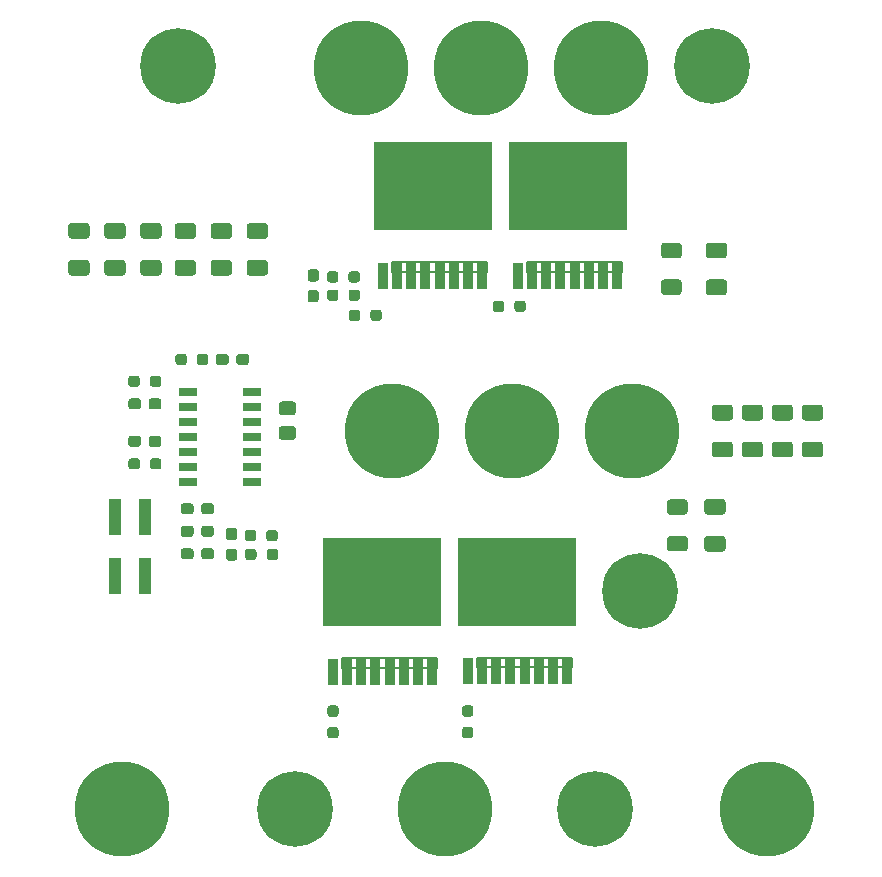
<source format=gbr>
%TF.GenerationSoftware,KiCad,Pcbnew,(5.1.9)-1*%
%TF.CreationDate,2021-04-16T14:35:26+02:00*%
%TF.ProjectId,Inverter,496e7665-7274-4657-922e-6b696361645f,rev?*%
%TF.SameCoordinates,Original*%
%TF.FileFunction,Soldermask,Top*%
%TF.FilePolarity,Negative*%
%FSLAX46Y46*%
G04 Gerber Fmt 4.6, Leading zero omitted, Abs format (unit mm)*
G04 Created by KiCad (PCBNEW (5.1.9)-1) date 2021-04-16 14:35:26*
%MOMM*%
%LPD*%
G01*
G04 APERTURE LIST*
%ADD10C,0.152400*%
%ADD11C,8.000000*%
%ADD12C,6.400000*%
%ADD13R,1.000000X3.150000*%
%ADD14R,9.956800X7.467600*%
%ADD15R,0.889000X2.311400*%
%ADD16R,1.525000X0.700000*%
G04 APERTURE END LIST*
D10*
%TO.C,U4*%
X92872301Y-113131600D02*
X92872301Y-112318800D01*
X100961299Y-113131600D02*
X92872301Y-113131600D01*
X100961299Y-112318800D02*
X100961299Y-113131600D01*
X92872301Y-112318800D02*
X100961299Y-112318800D01*
%TO.C,U3*%
X104302301Y-113106200D02*
X104302301Y-112293400D01*
X112391299Y-113106200D02*
X104302301Y-113106200D01*
X112391299Y-112293400D02*
X112391299Y-113106200D01*
X104302301Y-112293400D02*
X112391299Y-112293400D01*
%TO.C,U2*%
X97114101Y-79603600D02*
X97114101Y-78790800D01*
X105203099Y-79603600D02*
X97114101Y-79603600D01*
X105203099Y-78790800D02*
X105203099Y-79603600D01*
X97114101Y-78790800D02*
X105203099Y-78790800D01*
%TO.C,U1*%
X108544101Y-79603600D02*
X108544101Y-78790800D01*
X116633099Y-79603600D02*
X108544101Y-79603600D01*
X116633099Y-78790800D02*
X116633099Y-79603600D01*
X108544101Y-78790800D02*
X116633099Y-78790800D01*
%TD*%
D11*
%TO.C,U\u002A\u002A*%
X128905000Y-125095000D03*
%TD*%
%TO.C,U\u002A\u002A*%
X101600000Y-125095000D03*
%TD*%
%TO.C,U\u002A\u002A*%
X74295000Y-125095000D03*
%TD*%
%TO.C,U\u002A\u002A*%
X117475000Y-93091000D03*
%TD*%
%TO.C,U\u002A\u002A*%
X107315000Y-93091000D03*
%TD*%
%TO.C,U\u002A\u002A*%
X97155000Y-93091000D03*
%TD*%
%TO.C,U\u002A\u002A*%
X114808000Y-62357000D03*
%TD*%
%TO.C,U\u002A\u002A*%
X104648000Y-62357000D03*
%TD*%
%TO.C,U\u002A\u002A*%
X94488000Y-62357000D03*
%TD*%
%TO.C,C19*%
G36*
G01*
X69961999Y-78624000D02*
X71262001Y-78624000D01*
G75*
G02*
X71512000Y-78873999I0J-249999D01*
G01*
X71512000Y-79699001D01*
G75*
G02*
X71262001Y-79949000I-249999J0D01*
G01*
X69961999Y-79949000D01*
G75*
G02*
X69712000Y-79699001I0J249999D01*
G01*
X69712000Y-78873999D01*
G75*
G02*
X69961999Y-78624000I249999J0D01*
G01*
G37*
G36*
G01*
X69961999Y-75499000D02*
X71262001Y-75499000D01*
G75*
G02*
X71512000Y-75748999I0J-249999D01*
G01*
X71512000Y-76574001D01*
G75*
G02*
X71262001Y-76824000I-249999J0D01*
G01*
X69961999Y-76824000D01*
G75*
G02*
X69712000Y-76574001I0J249999D01*
G01*
X69712000Y-75748999D01*
G75*
G02*
X69961999Y-75499000I249999J0D01*
G01*
G37*
%TD*%
%TO.C,C18*%
G36*
G01*
X73009999Y-78624000D02*
X74310001Y-78624000D01*
G75*
G02*
X74560000Y-78873999I0J-249999D01*
G01*
X74560000Y-79699001D01*
G75*
G02*
X74310001Y-79949000I-249999J0D01*
G01*
X73009999Y-79949000D01*
G75*
G02*
X72760000Y-79699001I0J249999D01*
G01*
X72760000Y-78873999D01*
G75*
G02*
X73009999Y-78624000I249999J0D01*
G01*
G37*
G36*
G01*
X73009999Y-75499000D02*
X74310001Y-75499000D01*
G75*
G02*
X74560000Y-75748999I0J-249999D01*
G01*
X74560000Y-76574001D01*
G75*
G02*
X74310001Y-76824000I-249999J0D01*
G01*
X73009999Y-76824000D01*
G75*
G02*
X72760000Y-76574001I0J249999D01*
G01*
X72760000Y-75748999D01*
G75*
G02*
X73009999Y-75499000I249999J0D01*
G01*
G37*
%TD*%
%TO.C,C17*%
G36*
G01*
X82026999Y-78624000D02*
X83327001Y-78624000D01*
G75*
G02*
X83577000Y-78873999I0J-249999D01*
G01*
X83577000Y-79699001D01*
G75*
G02*
X83327001Y-79949000I-249999J0D01*
G01*
X82026999Y-79949000D01*
G75*
G02*
X81777000Y-79699001I0J249999D01*
G01*
X81777000Y-78873999D01*
G75*
G02*
X82026999Y-78624000I249999J0D01*
G01*
G37*
G36*
G01*
X82026999Y-75499000D02*
X83327001Y-75499000D01*
G75*
G02*
X83577000Y-75748999I0J-249999D01*
G01*
X83577000Y-76574001D01*
G75*
G02*
X83327001Y-76824000I-249999J0D01*
G01*
X82026999Y-76824000D01*
G75*
G02*
X81777000Y-76574001I0J249999D01*
G01*
X81777000Y-75748999D01*
G75*
G02*
X82026999Y-75499000I249999J0D01*
G01*
G37*
%TD*%
%TO.C,C16*%
G36*
G01*
X76057999Y-78624000D02*
X77358001Y-78624000D01*
G75*
G02*
X77608000Y-78873999I0J-249999D01*
G01*
X77608000Y-79699001D01*
G75*
G02*
X77358001Y-79949000I-249999J0D01*
G01*
X76057999Y-79949000D01*
G75*
G02*
X75808000Y-79699001I0J249999D01*
G01*
X75808000Y-78873999D01*
G75*
G02*
X76057999Y-78624000I249999J0D01*
G01*
G37*
G36*
G01*
X76057999Y-75499000D02*
X77358001Y-75499000D01*
G75*
G02*
X77608000Y-75748999I0J-249999D01*
G01*
X77608000Y-76574001D01*
G75*
G02*
X77358001Y-76824000I-249999J0D01*
G01*
X76057999Y-76824000D01*
G75*
G02*
X75808000Y-76574001I0J249999D01*
G01*
X75808000Y-75748999D01*
G75*
G02*
X76057999Y-75499000I249999J0D01*
G01*
G37*
%TD*%
%TO.C,C10*%
G36*
G01*
X78978999Y-78624000D02*
X80279001Y-78624000D01*
G75*
G02*
X80529000Y-78873999I0J-249999D01*
G01*
X80529000Y-79699001D01*
G75*
G02*
X80279001Y-79949000I-249999J0D01*
G01*
X78978999Y-79949000D01*
G75*
G02*
X78729000Y-79699001I0J249999D01*
G01*
X78729000Y-78873999D01*
G75*
G02*
X78978999Y-78624000I249999J0D01*
G01*
G37*
G36*
G01*
X78978999Y-75499000D02*
X80279001Y-75499000D01*
G75*
G02*
X80529000Y-75748999I0J-249999D01*
G01*
X80529000Y-76574001D01*
G75*
G02*
X80279001Y-76824000I-249999J0D01*
G01*
X78978999Y-76824000D01*
G75*
G02*
X78729000Y-76574001I0J249999D01*
G01*
X78729000Y-75748999D01*
G75*
G02*
X78978999Y-75499000I249999J0D01*
G01*
G37*
%TD*%
D12*
%TO.C,REF\u002A\u002A*%
X118110000Y-106680000D03*
%TD*%
%TO.C,R13*%
G36*
G01*
X121910000Y-100192000D02*
X120660000Y-100192000D01*
G75*
G02*
X120410000Y-99942000I0J250000D01*
G01*
X120410000Y-99142000D01*
G75*
G02*
X120660000Y-98892000I250000J0D01*
G01*
X121910000Y-98892000D01*
G75*
G02*
X122160000Y-99142000I0J-250000D01*
G01*
X122160000Y-99942000D01*
G75*
G02*
X121910000Y-100192000I-250000J0D01*
G01*
G37*
G36*
G01*
X121910000Y-103292000D02*
X120660000Y-103292000D01*
G75*
G02*
X120410000Y-103042000I0J250000D01*
G01*
X120410000Y-102242000D01*
G75*
G02*
X120660000Y-101992000I250000J0D01*
G01*
X121910000Y-101992000D01*
G75*
G02*
X122160000Y-102242000I0J-250000D01*
G01*
X122160000Y-103042000D01*
G75*
G02*
X121910000Y-103292000I-250000J0D01*
G01*
G37*
%TD*%
%TO.C,R12*%
G36*
G01*
X121402000Y-78475000D02*
X120152000Y-78475000D01*
G75*
G02*
X119902000Y-78225000I0J250000D01*
G01*
X119902000Y-77425000D01*
G75*
G02*
X120152000Y-77175000I250000J0D01*
G01*
X121402000Y-77175000D01*
G75*
G02*
X121652000Y-77425000I0J-250000D01*
G01*
X121652000Y-78225000D01*
G75*
G02*
X121402000Y-78475000I-250000J0D01*
G01*
G37*
G36*
G01*
X121402000Y-81575000D02*
X120152000Y-81575000D01*
G75*
G02*
X119902000Y-81325000I0J250000D01*
G01*
X119902000Y-80525000D01*
G75*
G02*
X120152000Y-80275000I250000J0D01*
G01*
X121402000Y-80275000D01*
G75*
G02*
X121652000Y-80525000I0J-250000D01*
G01*
X121652000Y-81325000D01*
G75*
G02*
X121402000Y-81575000I-250000J0D01*
G01*
G37*
%TD*%
%TO.C,C8*%
G36*
G01*
X123809999Y-101992000D02*
X125110001Y-101992000D01*
G75*
G02*
X125360000Y-102241999I0J-249999D01*
G01*
X125360000Y-103067001D01*
G75*
G02*
X125110001Y-103317000I-249999J0D01*
G01*
X123809999Y-103317000D01*
G75*
G02*
X123560000Y-103067001I0J249999D01*
G01*
X123560000Y-102241999D01*
G75*
G02*
X123809999Y-101992000I249999J0D01*
G01*
G37*
G36*
G01*
X123809999Y-98867000D02*
X125110001Y-98867000D01*
G75*
G02*
X125360000Y-99116999I0J-249999D01*
G01*
X125360000Y-99942001D01*
G75*
G02*
X125110001Y-100192000I-249999J0D01*
G01*
X123809999Y-100192000D01*
G75*
G02*
X123560000Y-99942001I0J249999D01*
G01*
X123560000Y-99116999D01*
G75*
G02*
X123809999Y-98867000I249999J0D01*
G01*
G37*
%TD*%
%TO.C,C7*%
G36*
G01*
X123936999Y-80275000D02*
X125237001Y-80275000D01*
G75*
G02*
X125487000Y-80524999I0J-249999D01*
G01*
X125487000Y-81350001D01*
G75*
G02*
X125237001Y-81600000I-249999J0D01*
G01*
X123936999Y-81600000D01*
G75*
G02*
X123687000Y-81350001I0J249999D01*
G01*
X123687000Y-80524999D01*
G75*
G02*
X123936999Y-80275000I249999J0D01*
G01*
G37*
G36*
G01*
X123936999Y-77150000D02*
X125237001Y-77150000D01*
G75*
G02*
X125487000Y-77399999I0J-249999D01*
G01*
X125487000Y-78225001D01*
G75*
G02*
X125237001Y-78475000I-249999J0D01*
G01*
X123936999Y-78475000D01*
G75*
G02*
X123687000Y-78225001I0J249999D01*
G01*
X123687000Y-77399999D01*
G75*
G02*
X123936999Y-77150000I249999J0D01*
G01*
G37*
%TD*%
%TO.C,C15*%
G36*
G01*
X132064999Y-94016400D02*
X133365001Y-94016400D01*
G75*
G02*
X133615000Y-94266399I0J-249999D01*
G01*
X133615000Y-95091401D01*
G75*
G02*
X133365001Y-95341400I-249999J0D01*
G01*
X132064999Y-95341400D01*
G75*
G02*
X131815000Y-95091401I0J249999D01*
G01*
X131815000Y-94266399D01*
G75*
G02*
X132064999Y-94016400I249999J0D01*
G01*
G37*
G36*
G01*
X132064999Y-90891400D02*
X133365001Y-90891400D01*
G75*
G02*
X133615000Y-91141399I0J-249999D01*
G01*
X133615000Y-91966401D01*
G75*
G02*
X133365001Y-92216400I-249999J0D01*
G01*
X132064999Y-92216400D01*
G75*
G02*
X131815000Y-91966401I0J249999D01*
G01*
X131815000Y-91141399D01*
G75*
G02*
X132064999Y-90891400I249999J0D01*
G01*
G37*
%TD*%
%TO.C,C14*%
G36*
G01*
X129524999Y-94016400D02*
X130825001Y-94016400D01*
G75*
G02*
X131075000Y-94266399I0J-249999D01*
G01*
X131075000Y-95091401D01*
G75*
G02*
X130825001Y-95341400I-249999J0D01*
G01*
X129524999Y-95341400D01*
G75*
G02*
X129275000Y-95091401I0J249999D01*
G01*
X129275000Y-94266399D01*
G75*
G02*
X129524999Y-94016400I249999J0D01*
G01*
G37*
G36*
G01*
X129524999Y-90891400D02*
X130825001Y-90891400D01*
G75*
G02*
X131075000Y-91141399I0J-249999D01*
G01*
X131075000Y-91966401D01*
G75*
G02*
X130825001Y-92216400I-249999J0D01*
G01*
X129524999Y-92216400D01*
G75*
G02*
X129275000Y-91966401I0J249999D01*
G01*
X129275000Y-91141399D01*
G75*
G02*
X129524999Y-90891400I249999J0D01*
G01*
G37*
%TD*%
%TO.C,C13*%
G36*
G01*
X126984999Y-94016400D02*
X128285001Y-94016400D01*
G75*
G02*
X128535000Y-94266399I0J-249999D01*
G01*
X128535000Y-95091401D01*
G75*
G02*
X128285001Y-95341400I-249999J0D01*
G01*
X126984999Y-95341400D01*
G75*
G02*
X126735000Y-95091401I0J249999D01*
G01*
X126735000Y-94266399D01*
G75*
G02*
X126984999Y-94016400I249999J0D01*
G01*
G37*
G36*
G01*
X126984999Y-90891400D02*
X128285001Y-90891400D01*
G75*
G02*
X128535000Y-91141399I0J-249999D01*
G01*
X128535000Y-91966401D01*
G75*
G02*
X128285001Y-92216400I-249999J0D01*
G01*
X126984999Y-92216400D01*
G75*
G02*
X126735000Y-91966401I0J249999D01*
G01*
X126735000Y-91141399D01*
G75*
G02*
X126984999Y-90891400I249999J0D01*
G01*
G37*
%TD*%
%TO.C,C12*%
G36*
G01*
X124444999Y-94016400D02*
X125745001Y-94016400D01*
G75*
G02*
X125995000Y-94266399I0J-249999D01*
G01*
X125995000Y-95091401D01*
G75*
G02*
X125745001Y-95341400I-249999J0D01*
G01*
X124444999Y-95341400D01*
G75*
G02*
X124195000Y-95091401I0J249999D01*
G01*
X124195000Y-94266399D01*
G75*
G02*
X124444999Y-94016400I249999J0D01*
G01*
G37*
G36*
G01*
X124444999Y-90891400D02*
X125745001Y-90891400D01*
G75*
G02*
X125995000Y-91141399I0J-249999D01*
G01*
X125995000Y-91966401D01*
G75*
G02*
X125745001Y-92216400I-249999J0D01*
G01*
X124444999Y-92216400D01*
G75*
G02*
X124195000Y-91966401I0J249999D01*
G01*
X124195000Y-91141399D01*
G75*
G02*
X124444999Y-90891400I249999J0D01*
G01*
G37*
%TD*%
%TO.C,C11*%
G36*
G01*
X85074999Y-78624000D02*
X86375001Y-78624000D01*
G75*
G02*
X86625000Y-78873999I0J-249999D01*
G01*
X86625000Y-79699001D01*
G75*
G02*
X86375001Y-79949000I-249999J0D01*
G01*
X85074999Y-79949000D01*
G75*
G02*
X84825000Y-79699001I0J249999D01*
G01*
X84825000Y-78873999D01*
G75*
G02*
X85074999Y-78624000I249999J0D01*
G01*
G37*
G36*
G01*
X85074999Y-75499000D02*
X86375001Y-75499000D01*
G75*
G02*
X86625000Y-75748999I0J-249999D01*
G01*
X86625000Y-76574001D01*
G75*
G02*
X86375001Y-76824000I-249999J0D01*
G01*
X85074999Y-76824000D01*
G75*
G02*
X84825000Y-76574001I0J249999D01*
G01*
X84825000Y-75748999D01*
G75*
G02*
X85074999Y-75499000I249999J0D01*
G01*
G37*
%TD*%
%TO.C,REF\u002A\u002A*%
X78994000Y-62230000D03*
%TD*%
%TO.C,REF\u002A\u002A*%
X124206000Y-62230000D03*
%TD*%
%TO.C,REF\u002A\u002A*%
X114300000Y-125095000D03*
%TD*%
%TO.C,REF\u002A\u002A*%
X88900000Y-125095000D03*
%TD*%
D13*
%TO.C,J1*%
X76200000Y-100345000D03*
X76200000Y-105395000D03*
X73660000Y-100345000D03*
X73660000Y-105395000D03*
%TD*%
D14*
%TO.C,U4*%
X96316800Y-105918000D03*
D15*
X92116801Y-113474500D03*
X93316801Y-113474500D03*
X94516801Y-113474500D03*
X95716801Y-113474500D03*
X96916801Y-113474500D03*
X98116801Y-113474500D03*
X99316802Y-113474500D03*
X100516799Y-113474500D03*
%TD*%
D14*
%TO.C,U3*%
X107746800Y-105892600D03*
D15*
X103546801Y-113449100D03*
X104746801Y-113449100D03*
X105946801Y-113449100D03*
X107146801Y-113449100D03*
X108346801Y-113449100D03*
X109546801Y-113449100D03*
X110746802Y-113449100D03*
X111946799Y-113449100D03*
%TD*%
D14*
%TO.C,U2*%
X100558600Y-72390000D03*
D15*
X96358601Y-79946500D03*
X97558601Y-79946500D03*
X98758601Y-79946500D03*
X99958601Y-79946500D03*
X101158601Y-79946500D03*
X102358601Y-79946500D03*
X103558602Y-79946500D03*
X104758599Y-79946500D03*
%TD*%
D14*
%TO.C,U1*%
X111988600Y-72390000D03*
D15*
X107788601Y-79946500D03*
X108988601Y-79946500D03*
X110188601Y-79946500D03*
X111388601Y-79946500D03*
X112588601Y-79946500D03*
X113788601Y-79946500D03*
X114988602Y-79946500D03*
X116188599Y-79946500D03*
%TD*%
D16*
%TO.C,IC1*%
X79838000Y-89763600D03*
X79838000Y-91033600D03*
X79838000Y-92303600D03*
X79838000Y-93573600D03*
X79838000Y-94843600D03*
X79838000Y-96113600D03*
X79838000Y-97383600D03*
X85262000Y-97383600D03*
X85262000Y-96113600D03*
X85262000Y-94843600D03*
X85262000Y-93573600D03*
X85262000Y-92303600D03*
X85262000Y-91033600D03*
X85262000Y-89763600D03*
%TD*%
%TO.C,C6*%
G36*
G01*
X87790000Y-92678500D02*
X88740000Y-92678500D01*
G75*
G02*
X88990000Y-92928500I0J-250000D01*
G01*
X88990000Y-93603500D01*
G75*
G02*
X88740000Y-93853500I-250000J0D01*
G01*
X87790000Y-93853500D01*
G75*
G02*
X87540000Y-93603500I0J250000D01*
G01*
X87540000Y-92928500D01*
G75*
G02*
X87790000Y-92678500I250000J0D01*
G01*
G37*
G36*
G01*
X87790000Y-90603500D02*
X88740000Y-90603500D01*
G75*
G02*
X88990000Y-90853500I0J-250000D01*
G01*
X88990000Y-91528500D01*
G75*
G02*
X88740000Y-91778500I-250000J0D01*
G01*
X87790000Y-91778500D01*
G75*
G02*
X87540000Y-91528500I0J250000D01*
G01*
X87540000Y-90853500D01*
G75*
G02*
X87790000Y-90603500I250000J0D01*
G01*
G37*
%TD*%
%TO.C,D1*%
G36*
G01*
X83303100Y-103053600D02*
X83778100Y-103053600D01*
G75*
G02*
X84015600Y-103291100I0J-237500D01*
G01*
X84015600Y-103866100D01*
G75*
G02*
X83778100Y-104103600I-237500J0D01*
G01*
X83303100Y-104103600D01*
G75*
G02*
X83065600Y-103866100I0J237500D01*
G01*
X83065600Y-103291100D01*
G75*
G02*
X83303100Y-103053600I237500J0D01*
G01*
G37*
G36*
G01*
X83303100Y-101303600D02*
X83778100Y-101303600D01*
G75*
G02*
X84015600Y-101541100I0J-237500D01*
G01*
X84015600Y-102116100D01*
G75*
G02*
X83778100Y-102353600I-237500J0D01*
G01*
X83303100Y-102353600D01*
G75*
G02*
X83065600Y-102116100I0J237500D01*
G01*
X83065600Y-101541100D01*
G75*
G02*
X83303100Y-101303600I237500J0D01*
G01*
G37*
%TD*%
%TO.C,R5*%
G36*
G01*
X85653700Y-103318300D02*
X85653700Y-103793300D01*
G75*
G02*
X85416200Y-104030800I-237500J0D01*
G01*
X84916200Y-104030800D01*
G75*
G02*
X84678700Y-103793300I0J237500D01*
G01*
X84678700Y-103318300D01*
G75*
G02*
X84916200Y-103080800I237500J0D01*
G01*
X85416200Y-103080800D01*
G75*
G02*
X85653700Y-103318300I0J-237500D01*
G01*
G37*
G36*
G01*
X87478700Y-103318300D02*
X87478700Y-103793300D01*
G75*
G02*
X87241200Y-104030800I-237500J0D01*
G01*
X86741200Y-104030800D01*
G75*
G02*
X86503700Y-103793300I0J237500D01*
G01*
X86503700Y-103318300D01*
G75*
G02*
X86741200Y-103080800I237500J0D01*
G01*
X87241200Y-103080800D01*
G75*
G02*
X87478700Y-103318300I0J-237500D01*
G01*
G37*
%TD*%
%TO.C,R4*%
G36*
G01*
X85632100Y-101718100D02*
X85632100Y-102193100D01*
G75*
G02*
X85394600Y-102430600I-237500J0D01*
G01*
X84894600Y-102430600D01*
G75*
G02*
X84657100Y-102193100I0J237500D01*
G01*
X84657100Y-101718100D01*
G75*
G02*
X84894600Y-101480600I237500J0D01*
G01*
X85394600Y-101480600D01*
G75*
G02*
X85632100Y-101718100I0J-237500D01*
G01*
G37*
G36*
G01*
X87457100Y-101718100D02*
X87457100Y-102193100D01*
G75*
G02*
X87219600Y-102430600I-237500J0D01*
G01*
X86719600Y-102430600D01*
G75*
G02*
X86482100Y-102193100I0J237500D01*
G01*
X86482100Y-101718100D01*
G75*
G02*
X86719600Y-101480600I237500J0D01*
G01*
X87219600Y-101480600D01*
G75*
G02*
X87457100Y-101718100I0J-237500D01*
G01*
G37*
%TD*%
%TO.C,C3*%
G36*
G01*
X80970000Y-101837500D02*
X80970000Y-101362500D01*
G75*
G02*
X81207500Y-101125000I237500J0D01*
G01*
X81807500Y-101125000D01*
G75*
G02*
X82045000Y-101362500I0J-237500D01*
G01*
X82045000Y-101837500D01*
G75*
G02*
X81807500Y-102075000I-237500J0D01*
G01*
X81207500Y-102075000D01*
G75*
G02*
X80970000Y-101837500I0J237500D01*
G01*
G37*
G36*
G01*
X79245000Y-101837500D02*
X79245000Y-101362500D01*
G75*
G02*
X79482500Y-101125000I237500J0D01*
G01*
X80082500Y-101125000D01*
G75*
G02*
X80320000Y-101362500I0J-237500D01*
G01*
X80320000Y-101837500D01*
G75*
G02*
X80082500Y-102075000I-237500J0D01*
G01*
X79482500Y-102075000D01*
G75*
G02*
X79245000Y-101837500I0J237500D01*
G01*
G37*
%TD*%
%TO.C,C9*%
G36*
G01*
X80970000Y-99932500D02*
X80970000Y-99457500D01*
G75*
G02*
X81207500Y-99220000I237500J0D01*
G01*
X81807500Y-99220000D01*
G75*
G02*
X82045000Y-99457500I0J-237500D01*
G01*
X82045000Y-99932500D01*
G75*
G02*
X81807500Y-100170000I-237500J0D01*
G01*
X81207500Y-100170000D01*
G75*
G02*
X80970000Y-99932500I0J237500D01*
G01*
G37*
G36*
G01*
X79245000Y-99932500D02*
X79245000Y-99457500D01*
G75*
G02*
X79482500Y-99220000I237500J0D01*
G01*
X80082500Y-99220000D01*
G75*
G02*
X80320000Y-99457500I0J-237500D01*
G01*
X80320000Y-99932500D01*
G75*
G02*
X80082500Y-100170000I-237500J0D01*
G01*
X79482500Y-100170000D01*
G75*
G02*
X79245000Y-99932500I0J237500D01*
G01*
G37*
%TD*%
%TO.C,C5*%
G36*
G01*
X83940700Y-87283300D02*
X83940700Y-86808300D01*
G75*
G02*
X84178200Y-86570800I237500J0D01*
G01*
X84778200Y-86570800D01*
G75*
G02*
X85015700Y-86808300I0J-237500D01*
G01*
X85015700Y-87283300D01*
G75*
G02*
X84778200Y-87520800I-237500J0D01*
G01*
X84178200Y-87520800D01*
G75*
G02*
X83940700Y-87283300I0J237500D01*
G01*
G37*
G36*
G01*
X82215700Y-87283300D02*
X82215700Y-86808300D01*
G75*
G02*
X82453200Y-86570800I237500J0D01*
G01*
X83053200Y-86570800D01*
G75*
G02*
X83290700Y-86808300I0J-237500D01*
G01*
X83290700Y-87283300D01*
G75*
G02*
X83053200Y-87520800I-237500J0D01*
G01*
X82453200Y-87520800D01*
G75*
G02*
X82215700Y-87283300I0J237500D01*
G01*
G37*
%TD*%
%TO.C,C4*%
G36*
G01*
X80320000Y-103267500D02*
X80320000Y-103742500D01*
G75*
G02*
X80082500Y-103980000I-237500J0D01*
G01*
X79482500Y-103980000D01*
G75*
G02*
X79245000Y-103742500I0J237500D01*
G01*
X79245000Y-103267500D01*
G75*
G02*
X79482500Y-103030000I237500J0D01*
G01*
X80082500Y-103030000D01*
G75*
G02*
X80320000Y-103267500I0J-237500D01*
G01*
G37*
G36*
G01*
X82045000Y-103267500D02*
X82045000Y-103742500D01*
G75*
G02*
X81807500Y-103980000I-237500J0D01*
G01*
X81207500Y-103980000D01*
G75*
G02*
X80970000Y-103742500I0J237500D01*
G01*
X80970000Y-103267500D01*
G75*
G02*
X81207500Y-103030000I237500J0D01*
G01*
X81807500Y-103030000D01*
G75*
G02*
X82045000Y-103267500I0J-237500D01*
G01*
G37*
%TD*%
%TO.C,C2*%
G36*
G01*
X75875000Y-93742500D02*
X75875000Y-94217500D01*
G75*
G02*
X75637500Y-94455000I-237500J0D01*
G01*
X75037500Y-94455000D01*
G75*
G02*
X74800000Y-94217500I0J237500D01*
G01*
X74800000Y-93742500D01*
G75*
G02*
X75037500Y-93505000I237500J0D01*
G01*
X75637500Y-93505000D01*
G75*
G02*
X75875000Y-93742500I0J-237500D01*
G01*
G37*
G36*
G01*
X77600000Y-93742500D02*
X77600000Y-94217500D01*
G75*
G02*
X77362500Y-94455000I-237500J0D01*
G01*
X76762500Y-94455000D01*
G75*
G02*
X76525000Y-94217500I0J237500D01*
G01*
X76525000Y-93742500D01*
G75*
G02*
X76762500Y-93505000I237500J0D01*
G01*
X77362500Y-93505000D01*
G75*
G02*
X77600000Y-93742500I0J-237500D01*
G01*
G37*
%TD*%
%TO.C,C1*%
G36*
G01*
X75875000Y-90567500D02*
X75875000Y-91042500D01*
G75*
G02*
X75637500Y-91280000I-237500J0D01*
G01*
X75037500Y-91280000D01*
G75*
G02*
X74800000Y-91042500I0J237500D01*
G01*
X74800000Y-90567500D01*
G75*
G02*
X75037500Y-90330000I237500J0D01*
G01*
X75637500Y-90330000D01*
G75*
G02*
X75875000Y-90567500I0J-237500D01*
G01*
G37*
G36*
G01*
X77600000Y-90567500D02*
X77600000Y-91042500D01*
G75*
G02*
X77362500Y-91280000I-237500J0D01*
G01*
X76762500Y-91280000D01*
G75*
G02*
X76525000Y-91042500I0J237500D01*
G01*
X76525000Y-90567500D01*
G75*
G02*
X76762500Y-90330000I237500J0D01*
G01*
X77362500Y-90330000D01*
G75*
G02*
X77600000Y-90567500I0J-237500D01*
G01*
G37*
%TD*%
%TO.C,R1*%
G36*
G01*
X75775000Y-95647500D02*
X75775000Y-96122500D01*
G75*
G02*
X75537500Y-96360000I-237500J0D01*
G01*
X75037500Y-96360000D01*
G75*
G02*
X74800000Y-96122500I0J237500D01*
G01*
X74800000Y-95647500D01*
G75*
G02*
X75037500Y-95410000I237500J0D01*
G01*
X75537500Y-95410000D01*
G75*
G02*
X75775000Y-95647500I0J-237500D01*
G01*
G37*
G36*
G01*
X77600000Y-95647500D02*
X77600000Y-96122500D01*
G75*
G02*
X77362500Y-96360000I-237500J0D01*
G01*
X76862500Y-96360000D01*
G75*
G02*
X76625000Y-96122500I0J237500D01*
G01*
X76625000Y-95647500D01*
G75*
G02*
X76862500Y-95410000I237500J0D01*
G01*
X77362500Y-95410000D01*
G75*
G02*
X77600000Y-95647500I0J-237500D01*
G01*
G37*
%TD*%
%TO.C,R3*%
G36*
G01*
X79760900Y-86808300D02*
X79760900Y-87283300D01*
G75*
G02*
X79523400Y-87520800I-237500J0D01*
G01*
X79023400Y-87520800D01*
G75*
G02*
X78785900Y-87283300I0J237500D01*
G01*
X78785900Y-86808300D01*
G75*
G02*
X79023400Y-86570800I237500J0D01*
G01*
X79523400Y-86570800D01*
G75*
G02*
X79760900Y-86808300I0J-237500D01*
G01*
G37*
G36*
G01*
X81585900Y-86808300D02*
X81585900Y-87283300D01*
G75*
G02*
X81348400Y-87520800I-237500J0D01*
G01*
X80848400Y-87520800D01*
G75*
G02*
X80610900Y-87283300I0J237500D01*
G01*
X80610900Y-86808300D01*
G75*
G02*
X80848400Y-86570800I237500J0D01*
G01*
X81348400Y-86570800D01*
G75*
G02*
X81585900Y-86808300I0J-237500D01*
G01*
G37*
%TD*%
%TO.C,R2*%
G36*
G01*
X76625000Y-89137500D02*
X76625000Y-88662500D01*
G75*
G02*
X76862500Y-88425000I237500J0D01*
G01*
X77362500Y-88425000D01*
G75*
G02*
X77600000Y-88662500I0J-237500D01*
G01*
X77600000Y-89137500D01*
G75*
G02*
X77362500Y-89375000I-237500J0D01*
G01*
X76862500Y-89375000D01*
G75*
G02*
X76625000Y-89137500I0J237500D01*
G01*
G37*
G36*
G01*
X74800000Y-89137500D02*
X74800000Y-88662500D01*
G75*
G02*
X75037500Y-88425000I237500J0D01*
G01*
X75537500Y-88425000D01*
G75*
G02*
X75775000Y-88662500I0J-237500D01*
G01*
X75775000Y-89137500D01*
G75*
G02*
X75537500Y-89375000I-237500J0D01*
G01*
X75037500Y-89375000D01*
G75*
G02*
X74800000Y-89137500I0J237500D01*
G01*
G37*
%TD*%
%TO.C,R9*%
G36*
G01*
X91888300Y-118155900D02*
X92363300Y-118155900D01*
G75*
G02*
X92600800Y-118393400I0J-237500D01*
G01*
X92600800Y-118893400D01*
G75*
G02*
X92363300Y-119130900I-237500J0D01*
G01*
X91888300Y-119130900D01*
G75*
G02*
X91650800Y-118893400I0J237500D01*
G01*
X91650800Y-118393400D01*
G75*
G02*
X91888300Y-118155900I237500J0D01*
G01*
G37*
G36*
G01*
X91888300Y-116330900D02*
X92363300Y-116330900D01*
G75*
G02*
X92600800Y-116568400I0J-237500D01*
G01*
X92600800Y-117068400D01*
G75*
G02*
X92363300Y-117305900I-237500J0D01*
G01*
X91888300Y-117305900D01*
G75*
G02*
X91650800Y-117068400I0J237500D01*
G01*
X91650800Y-116568400D01*
G75*
G02*
X91888300Y-116330900I237500J0D01*
G01*
G37*
%TD*%
%TO.C,R8*%
G36*
G01*
X103292900Y-118155900D02*
X103767900Y-118155900D01*
G75*
G02*
X104005400Y-118393400I0J-237500D01*
G01*
X104005400Y-118893400D01*
G75*
G02*
X103767900Y-119130900I-237500J0D01*
G01*
X103292900Y-119130900D01*
G75*
G02*
X103055400Y-118893400I0J237500D01*
G01*
X103055400Y-118393400D01*
G75*
G02*
X103292900Y-118155900I237500J0D01*
G01*
G37*
G36*
G01*
X103292900Y-116330900D02*
X103767900Y-116330900D01*
G75*
G02*
X104005400Y-116568400I0J-237500D01*
G01*
X104005400Y-117068400D01*
G75*
G02*
X103767900Y-117305900I-237500J0D01*
G01*
X103292900Y-117305900D01*
G75*
G02*
X103055400Y-117068400I0J237500D01*
G01*
X103055400Y-116568400D01*
G75*
G02*
X103292900Y-116330900I237500J0D01*
G01*
G37*
%TD*%
%TO.C,R11*%
G36*
G01*
X94444000Y-83074500D02*
X94444000Y-83549500D01*
G75*
G02*
X94206500Y-83787000I-237500J0D01*
G01*
X93706500Y-83787000D01*
G75*
G02*
X93469000Y-83549500I0J237500D01*
G01*
X93469000Y-83074500D01*
G75*
G02*
X93706500Y-82837000I237500J0D01*
G01*
X94206500Y-82837000D01*
G75*
G02*
X94444000Y-83074500I0J-237500D01*
G01*
G37*
G36*
G01*
X96269000Y-83074500D02*
X96269000Y-83549500D01*
G75*
G02*
X96031500Y-83787000I-237500J0D01*
G01*
X95531500Y-83787000D01*
G75*
G02*
X95294000Y-83549500I0J237500D01*
G01*
X95294000Y-83074500D01*
G75*
G02*
X95531500Y-82837000I237500J0D01*
G01*
X96031500Y-82837000D01*
G75*
G02*
X96269000Y-83074500I0J-237500D01*
G01*
G37*
%TD*%
%TO.C,R10*%
G36*
G01*
X106636000Y-82312500D02*
X106636000Y-82787500D01*
G75*
G02*
X106398500Y-83025000I-237500J0D01*
G01*
X105898500Y-83025000D01*
G75*
G02*
X105661000Y-82787500I0J237500D01*
G01*
X105661000Y-82312500D01*
G75*
G02*
X105898500Y-82075000I237500J0D01*
G01*
X106398500Y-82075000D01*
G75*
G02*
X106636000Y-82312500I0J-237500D01*
G01*
G37*
G36*
G01*
X108461000Y-82312500D02*
X108461000Y-82787500D01*
G75*
G02*
X108223500Y-83025000I-237500J0D01*
G01*
X107723500Y-83025000D01*
G75*
G02*
X107486000Y-82787500I0J237500D01*
G01*
X107486000Y-82312500D01*
G75*
G02*
X107723500Y-82075000I237500J0D01*
G01*
X108223500Y-82075000D01*
G75*
G02*
X108461000Y-82312500I0J-237500D01*
G01*
G37*
%TD*%
%TO.C,R7*%
G36*
G01*
X92587900Y-79823300D02*
X92587900Y-80298300D01*
G75*
G02*
X92350400Y-80535800I-237500J0D01*
G01*
X91850400Y-80535800D01*
G75*
G02*
X91612900Y-80298300I0J237500D01*
G01*
X91612900Y-79823300D01*
G75*
G02*
X91850400Y-79585800I237500J0D01*
G01*
X92350400Y-79585800D01*
G75*
G02*
X92587900Y-79823300I0J-237500D01*
G01*
G37*
G36*
G01*
X94412900Y-79823300D02*
X94412900Y-80298300D01*
G75*
G02*
X94175400Y-80535800I-237500J0D01*
G01*
X93675400Y-80535800D01*
G75*
G02*
X93437900Y-80298300I0J237500D01*
G01*
X93437900Y-79823300D01*
G75*
G02*
X93675400Y-79585800I237500J0D01*
G01*
X94175400Y-79585800D01*
G75*
G02*
X94412900Y-79823300I0J-237500D01*
G01*
G37*
%TD*%
%TO.C,R6*%
G36*
G01*
X92591700Y-81372700D02*
X92591700Y-81847700D01*
G75*
G02*
X92354200Y-82085200I-237500J0D01*
G01*
X91854200Y-82085200D01*
G75*
G02*
X91616700Y-81847700I0J237500D01*
G01*
X91616700Y-81372700D01*
G75*
G02*
X91854200Y-81135200I237500J0D01*
G01*
X92354200Y-81135200D01*
G75*
G02*
X92591700Y-81372700I0J-237500D01*
G01*
G37*
G36*
G01*
X94416700Y-81372700D02*
X94416700Y-81847700D01*
G75*
G02*
X94179200Y-82085200I-237500J0D01*
G01*
X93679200Y-82085200D01*
G75*
G02*
X93441700Y-81847700I0J237500D01*
G01*
X93441700Y-81372700D01*
G75*
G02*
X93679200Y-81135200I237500J0D01*
G01*
X94179200Y-81135200D01*
G75*
G02*
X94416700Y-81372700I0J-237500D01*
G01*
G37*
%TD*%
%TO.C,D2*%
G36*
G01*
X90686900Y-80458800D02*
X90211900Y-80458800D01*
G75*
G02*
X89974400Y-80221300I0J237500D01*
G01*
X89974400Y-79646300D01*
G75*
G02*
X90211900Y-79408800I237500J0D01*
G01*
X90686900Y-79408800D01*
G75*
G02*
X90924400Y-79646300I0J-237500D01*
G01*
X90924400Y-80221300D01*
G75*
G02*
X90686900Y-80458800I-237500J0D01*
G01*
G37*
G36*
G01*
X90686900Y-82208800D02*
X90211900Y-82208800D01*
G75*
G02*
X89974400Y-81971300I0J237500D01*
G01*
X89974400Y-81396300D01*
G75*
G02*
X90211900Y-81158800I237500J0D01*
G01*
X90686900Y-81158800D01*
G75*
G02*
X90924400Y-81396300I0J-237500D01*
G01*
X90924400Y-81971300D01*
G75*
G02*
X90686900Y-82208800I-237500J0D01*
G01*
G37*
%TD*%
M02*

</source>
